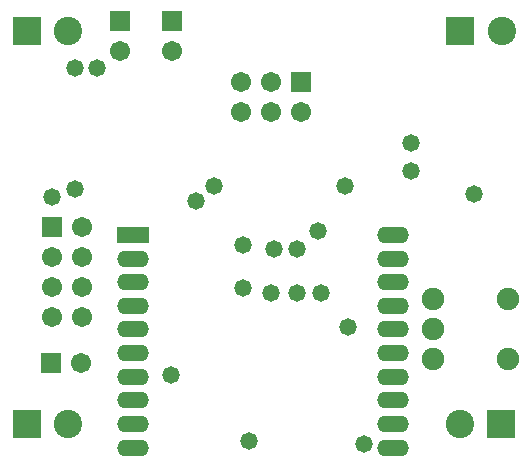
<source format=gbs>
%FSLAX25Y25*%
%MOIN*%
G70*
G01*
G75*
G04 Layer_Color=16711935*
%ADD10C,0.02756*%
%ADD11C,0.01181*%
%ADD12C,0.01969*%
%ADD13C,0.01575*%
%ADD14C,0.03543*%
%ADD15C,0.03937*%
%ADD16C,0.03150*%
%ADD17R,0.04331X0.06693*%
%ADD18R,0.07480X0.09449*%
%ADD19O,0.07874X0.01378*%
%ADD20R,0.06693X0.04331*%
%ADD21R,0.03740X0.08661*%
%ADD22R,0.21654X0.26378*%
%ADD23O,0.06890X0.02165*%
%ADD24O,0.02165X0.06890*%
%ADD25R,0.07087X0.06299*%
G04:AMPARAMS|DCode=26|XSize=49.5mil|YSize=30mil|CornerRadius=0mil|HoleSize=0mil|Usage=FLASHONLY|Rotation=315.000|XOffset=0mil|YOffset=0mil|HoleType=Round|Shape=Rectangle|*
%AMROTATEDRECTD26*
4,1,4,-0.02811,0.00689,-0.00689,0.02811,0.02811,-0.00689,0.00689,-0.02811,-0.02811,0.00689,0.0*
%
%ADD26ROTATEDRECTD26*%

G04:AMPARAMS|DCode=27|XSize=49.5mil|YSize=30mil|CornerRadius=0mil|HoleSize=0mil|Usage=FLASHONLY|Rotation=45.000|XOffset=0mil|YOffset=0mil|HoleType=Round|Shape=Rectangle|*
%AMROTATEDRECTD27*
4,1,4,-0.00689,-0.02811,-0.02811,-0.00689,0.00689,0.02811,0.02811,0.00689,-0.00689,-0.02811,0.0*
%
%ADD27ROTATEDRECTD27*%

G04:AMPARAMS|DCode=28|XSize=42.4mil|YSize=15.23mil|CornerRadius=0mil|HoleSize=0mil|Usage=FLASHONLY|Rotation=315.000|XOffset=0mil|YOffset=0mil|HoleType=Round|Shape=Rectangle|*
%AMROTATEDRECTD28*
4,1,4,-0.02038,0.00961,-0.00961,0.02038,0.02038,-0.00961,0.00961,-0.02038,-0.02038,0.00961,0.0*
%
%ADD28ROTATEDRECTD28*%

G04:AMPARAMS|DCode=29|XSize=65mil|YSize=27.71mil|CornerRadius=0mil|HoleSize=0mil|Usage=FLASHONLY|Rotation=315.000|XOffset=0mil|YOffset=0mil|HoleType=Round|Shape=Rectangle|*
%AMROTATEDRECTD29*
4,1,4,-0.03278,0.01318,-0.01318,0.03278,0.03278,-0.01318,0.01318,-0.03278,-0.03278,0.01318,0.0*
%
%ADD29ROTATEDRECTD29*%

G04:AMPARAMS|DCode=30|XSize=60.87mil|YSize=31.82mil|CornerRadius=0mil|HoleSize=0mil|Usage=FLASHONLY|Rotation=45.000|XOffset=0mil|YOffset=0mil|HoleType=Round|Shape=Rectangle|*
%AMROTATEDRECTD30*
4,1,4,-0.01027,-0.03277,-0.03277,-0.01027,0.01027,0.03277,0.03277,0.01027,-0.01027,-0.03277,0.0*
%
%ADD30ROTATEDRECTD30*%

G04:AMPARAMS|DCode=31|XSize=55mil|YSize=25mil|CornerRadius=0mil|HoleSize=0mil|Usage=FLASHONLY|Rotation=45.000|XOffset=0mil|YOffset=0mil|HoleType=Round|Shape=Rectangle|*
%AMROTATEDRECTD31*
4,1,4,-0.01061,-0.02828,-0.02828,-0.01061,0.01061,0.02828,0.02828,0.01061,-0.01061,-0.02828,0.0*
%
%ADD31ROTATEDRECTD31*%

%ADD32R,0.00500X0.01000*%
G04:AMPARAMS|DCode=33|XSize=65mil|YSize=30mil|CornerRadius=0mil|HoleSize=0mil|Usage=FLASHONLY|Rotation=311.618|XOffset=0mil|YOffset=0mil|HoleType=Round|Shape=Rectangle|*
%AMROTATEDRECTD33*
4,1,4,-0.03280,0.01433,-0.01037,0.03426,0.03280,-0.01433,0.01037,-0.03426,-0.03280,0.01433,0.0*
%
%ADD33ROTATEDRECTD33*%

%ADD34P,0.07071X4X360.0*%
G04:AMPARAMS|DCode=35|XSize=40.51mil|YSize=13.28mil|CornerRadius=0mil|HoleSize=0mil|Usage=FLASHONLY|Rotation=45.000|XOffset=0mil|YOffset=0mil|HoleType=Round|Shape=Rectangle|*
%AMROTATEDRECTD35*
4,1,4,-0.00963,-0.01902,-0.01902,-0.00963,0.00963,0.01902,0.01902,0.00963,-0.00963,-0.01902,0.0*
%
%ADD35ROTATEDRECTD35*%

G04:AMPARAMS|DCode=36|XSize=40mil|YSize=11.71mil|CornerRadius=0mil|HoleSize=0mil|Usage=FLASHONLY|Rotation=51.340|XOffset=0mil|YOffset=0mil|HoleType=Round|Shape=Rectangle|*
%AMROTATEDRECTD36*
4,1,4,-0.00792,-0.01928,-0.01707,-0.01196,0.00792,0.01928,0.01707,0.01196,-0.00792,-0.01928,0.0*
%
%ADD36ROTATEDRECTD36*%

G04:AMPARAMS|DCode=37|XSize=31.15mil|YSize=14.57mil|CornerRadius=0mil|HoleSize=0mil|Usage=FLASHONLY|Rotation=315.000|XOffset=0mil|YOffset=0mil|HoleType=Round|Shape=Rectangle|*
%AMROTATEDRECTD37*
4,1,4,-0.01617,0.00586,-0.00586,0.01617,0.01617,-0.00586,0.00586,-0.01617,-0.01617,0.00586,0.0*
%
%ADD37ROTATEDRECTD37*%

G04:AMPARAMS|DCode=38|XSize=35mil|YSize=15mil|CornerRadius=0mil|HoleSize=0mil|Usage=FLASHONLY|Rotation=45.000|XOffset=0mil|YOffset=0mil|HoleType=Round|Shape=Rectangle|*
%AMROTATEDRECTD38*
4,1,4,-0.00707,-0.01768,-0.01768,-0.00707,0.00707,0.01768,0.01768,0.00707,-0.00707,-0.01768,0.0*
%
%ADD38ROTATEDRECTD38*%

G04:AMPARAMS|DCode=39|XSize=35mil|YSize=15mil|CornerRadius=0mil|HoleSize=0mil|Usage=FLASHONLY|Rotation=315.000|XOffset=0mil|YOffset=0mil|HoleType=Round|Shape=Rectangle|*
%AMROTATEDRECTD39*
4,1,4,-0.01768,0.00707,-0.00707,0.01768,0.01768,-0.00707,0.00707,-0.01768,-0.01768,0.00707,0.0*
%
%ADD39ROTATEDRECTD39*%

G04:AMPARAMS|DCode=40|XSize=17.93mil|YSize=33.18mil|CornerRadius=0mil|HoleSize=0mil|Usage=FLASHONLY|Rotation=315.000|XOffset=0mil|YOffset=0mil|HoleType=Round|Shape=Rectangle|*
%AMROTATEDRECTD40*
4,1,4,-0.01807,-0.00539,0.00539,0.01807,0.01807,0.00539,-0.00539,-0.01807,-0.01807,-0.00539,0.0*
%
%ADD40ROTATEDRECTD40*%

G04:AMPARAMS|DCode=41|XSize=27.23mil|YSize=15mil|CornerRadius=0mil|HoleSize=0mil|Usage=FLASHONLY|Rotation=45.000|XOffset=0mil|YOffset=0mil|HoleType=Round|Shape=Rectangle|*
%AMROTATEDRECTD41*
4,1,4,-0.00432,-0.01493,-0.01493,-0.00432,0.00432,0.01493,0.01493,0.00432,-0.00432,-0.01493,0.0*
%
%ADD41ROTATEDRECTD41*%

G04:AMPARAMS|DCode=42|XSize=30.51mil|YSize=15mil|CornerRadius=0mil|HoleSize=0mil|Usage=FLASHONLY|Rotation=315.000|XOffset=0mil|YOffset=0mil|HoleType=Round|Shape=Rectangle|*
%AMROTATEDRECTD42*
4,1,4,-0.01609,0.00548,-0.00548,0.01609,0.01609,-0.00548,0.00548,-0.01609,-0.01609,0.00548,0.0*
%
%ADD42ROTATEDRECTD42*%

G04:AMPARAMS|DCode=43|XSize=15mil|YSize=10.61mil|CornerRadius=0mil|HoleSize=0mil|Usage=FLASHONLY|Rotation=315.000|XOffset=0mil|YOffset=0mil|HoleType=Round|Shape=Rectangle|*
%AMROTATEDRECTD43*
4,1,4,-0.00905,0.00155,-0.00155,0.00905,0.00905,-0.00155,0.00155,-0.00905,-0.00905,0.00155,0.0*
%
%ADD43ROTATEDRECTD43*%

G04:AMPARAMS|DCode=44|XSize=25mil|YSize=11.24mil|CornerRadius=0mil|HoleSize=0mil|Usage=FLASHONLY|Rotation=41.479|XOffset=0mil|YOffset=0mil|HoleType=Round|Shape=Rectangle|*
%AMROTATEDRECTD44*
4,1,4,-0.00564,-0.01249,-0.01309,-0.00407,0.00564,0.01249,0.01309,0.00407,-0.00564,-0.01249,0.0*
%
%ADD44ROTATEDRECTD44*%

G04:AMPARAMS|DCode=45|XSize=19.45mil|YSize=10mil|CornerRadius=0mil|HoleSize=0mil|Usage=FLASHONLY|Rotation=311.390|XOffset=0mil|YOffset=0mil|HoleType=Round|Shape=Rectangle|*
%AMROTATEDRECTD45*
4,1,4,-0.01018,0.00399,-0.00268,0.01060,0.01018,-0.00399,0.00268,-0.01060,-0.01018,0.00399,0.0*
%
%ADD45ROTATEDRECTD45*%

G04:AMPARAMS|DCode=46|XSize=23.54mil|YSize=10mil|CornerRadius=0mil|HoleSize=0mil|Usage=FLASHONLY|Rotation=45.000|XOffset=0mil|YOffset=0mil|HoleType=Round|Shape=Rectangle|*
%AMROTATEDRECTD46*
4,1,4,-0.00479,-0.01186,-0.01186,-0.00479,0.00479,0.01186,0.01186,0.00479,-0.00479,-0.01186,0.0*
%
%ADD46ROTATEDRECTD46*%

G04:AMPARAMS|DCode=47|XSize=49.5mil|YSize=17.93mil|CornerRadius=0mil|HoleSize=0mil|Usage=FLASHONLY|Rotation=45.000|XOffset=0mil|YOffset=0mil|HoleType=Round|Shape=Rectangle|*
%AMROTATEDRECTD47*
4,1,4,-0.01116,-0.02384,-0.02384,-0.01116,0.01116,0.02384,0.02384,0.01116,-0.01116,-0.02384,0.0*
%
%ADD47ROTATEDRECTD47*%

G04:AMPARAMS|DCode=48|XSize=71.37mil|YSize=59.39mil|CornerRadius=0mil|HoleSize=0mil|Usage=FLASHONLY|Rotation=330.602|XOffset=0mil|YOffset=0mil|HoleType=Round|Shape=Rectangle|*
%AMROTATEDRECTD48*
4,1,4,-0.04567,-0.00836,-0.01652,0.04339,0.04567,0.00836,0.01652,-0.04339,-0.04567,-0.00836,0.0*
%
%ADD48ROTATEDRECTD48*%

G04:AMPARAMS|DCode=49|XSize=106.12mil|YSize=43.14mil|CornerRadius=0mil|HoleSize=0mil|Usage=FLASHONLY|Rotation=315.000|XOffset=0mil|YOffset=0mil|HoleType=Round|Shape=Rectangle|*
%AMROTATEDRECTD49*
4,1,4,-0.05277,0.02227,-0.02227,0.05277,0.05277,-0.02227,0.02227,-0.05277,-0.05277,0.02227,0.0*
%
%ADD49ROTATEDRECTD49*%

G04:AMPARAMS|DCode=50|XSize=43.52mil|YSize=25.48mil|CornerRadius=0mil|HoleSize=0mil|Usage=FLASHONLY|Rotation=50.423|XOffset=0mil|YOffset=0mil|HoleType=Round|Shape=Rectangle|*
%AMROTATEDRECTD50*
4,1,4,-0.00405,-0.02489,-0.02368,-0.00866,0.00405,0.02489,0.02368,0.00866,-0.00405,-0.02489,0.0*
%
%ADD50ROTATEDRECTD50*%

%ADD51R,0.19500X0.06500*%
%ADD52R,0.05906X0.05906*%
%ADD53C,0.05906*%
%ADD54O,0.09843X0.04724*%
%ADD55R,0.09843X0.04724*%
%ADD56R,0.05906X0.05906*%
%ADD57C,0.06693*%
%ADD58C,0.08661*%
%ADD59R,0.08661X0.08661*%
%ADD60C,0.05000*%
%ADD61C,0.04000*%
%ADD62C,0.07543*%
%ADD63C,0.07150*%
%ADD64C,0.08724*%
%ADD65C,0.06800*%
G04:AMPARAMS|DCode=66|XSize=40mil|YSize=42.6mil|CornerRadius=0mil|HoleSize=0mil|Usage=FLASHONLY|Rotation=45.000|XOffset=0mil|YOffset=0mil|HoleType=Round|Shape=Rectangle|*
%AMROTATEDRECTD66*
4,1,4,0.00092,-0.02920,-0.02920,0.00092,-0.00092,0.02920,0.02920,-0.00092,0.00092,-0.02920,0.0*
%
%ADD66ROTATEDRECTD66*%

%ADD67C,0.00984*%
%ADD68C,0.02362*%
%ADD69C,0.00787*%
%ADD70R,0.05131X0.07493*%
%ADD71R,0.08280X0.10249*%
%ADD72O,0.08674X0.02178*%
%ADD73R,0.07493X0.05131*%
%ADD74R,0.04540X0.09461*%
%ADD75R,0.22453X0.27178*%
%ADD76O,0.07690X0.02965*%
%ADD77O,0.02965X0.07690*%
%ADD78R,0.07887X0.07099*%
%ADD79R,0.06706X0.06706*%
%ADD80C,0.06706*%
%ADD81O,0.10642X0.05524*%
%ADD82R,0.10642X0.05524*%
%ADD83R,0.06706X0.06706*%
%ADD84C,0.07493*%
%ADD85C,0.09461*%
%ADD86R,0.09461X0.09461*%
%ADD87C,0.05800*%
D79*
X44500Y153000D02*
D03*
X62000D02*
D03*
X22000Y84500D02*
D03*
D80*
X44500Y143000D02*
D03*
X31500Y39000D02*
D03*
X85000Y122815D02*
D03*
Y132815D02*
D03*
X95000Y122815D02*
D03*
Y132815D02*
D03*
X105000Y122815D02*
D03*
X62000Y143000D02*
D03*
X32000Y84500D02*
D03*
X22000Y74500D02*
D03*
X32000D02*
D03*
X22000Y64500D02*
D03*
X32000D02*
D03*
X22000Y54500D02*
D03*
X32000D02*
D03*
D81*
X135614Y10949D02*
D03*
Y18823D02*
D03*
Y26697D02*
D03*
Y34571D02*
D03*
Y42445D02*
D03*
Y50319D02*
D03*
Y58193D02*
D03*
Y66067D02*
D03*
Y73941D02*
D03*
Y81815D02*
D03*
X49000Y10949D02*
D03*
Y18823D02*
D03*
Y26697D02*
D03*
Y34571D02*
D03*
Y42445D02*
D03*
Y50319D02*
D03*
Y58193D02*
D03*
Y66067D02*
D03*
Y73941D02*
D03*
D82*
Y81815D02*
D03*
D83*
X21500Y39000D02*
D03*
X105000Y132815D02*
D03*
D84*
X149000Y40315D02*
D03*
Y50315D02*
D03*
Y60315D02*
D03*
X174000D02*
D03*
Y40315D02*
D03*
D85*
X157720Y18815D02*
D03*
X171780Y149815D02*
D03*
X27279D02*
D03*
Y18815D02*
D03*
D86*
X171500D02*
D03*
X158000Y149815D02*
D03*
X13500D02*
D03*
Y18815D02*
D03*
D87*
X76000Y98000D02*
D03*
X70000Y93000D02*
D03*
X85500Y64000D02*
D03*
X120500Y51000D02*
D03*
X22000Y94500D02*
D03*
X110598Y83000D02*
D03*
X141500Y103000D02*
D03*
Y112500D02*
D03*
X95000Y62500D02*
D03*
X103500D02*
D03*
X29500Y137500D02*
D03*
X126000Y12000D02*
D03*
X96000Y77000D02*
D03*
X103500D02*
D03*
X61500Y35000D02*
D03*
X37000Y137500D02*
D03*
X29500Y97000D02*
D03*
X85500Y78500D02*
D03*
X111500Y62500D02*
D03*
X119500Y98000D02*
D03*
X162500Y95500D02*
D03*
X87500Y13000D02*
D03*
M02*

</source>
